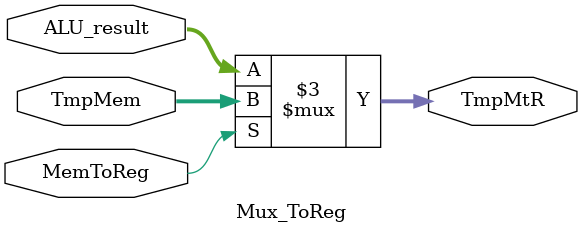
<source format=v>
module Mux_ToReg(TmpMtR,ALU_result,TmpMem,MemToReg);
output reg [31:0] TmpMtR;
input [31:0] ALU_result,TmpMem;
input MemToReg;

always@(*)
	if(MemToReg)
		TmpMtR <= TmpMem;
	else
		TmpMtR <= ALU_result;
endmodule
</source>
